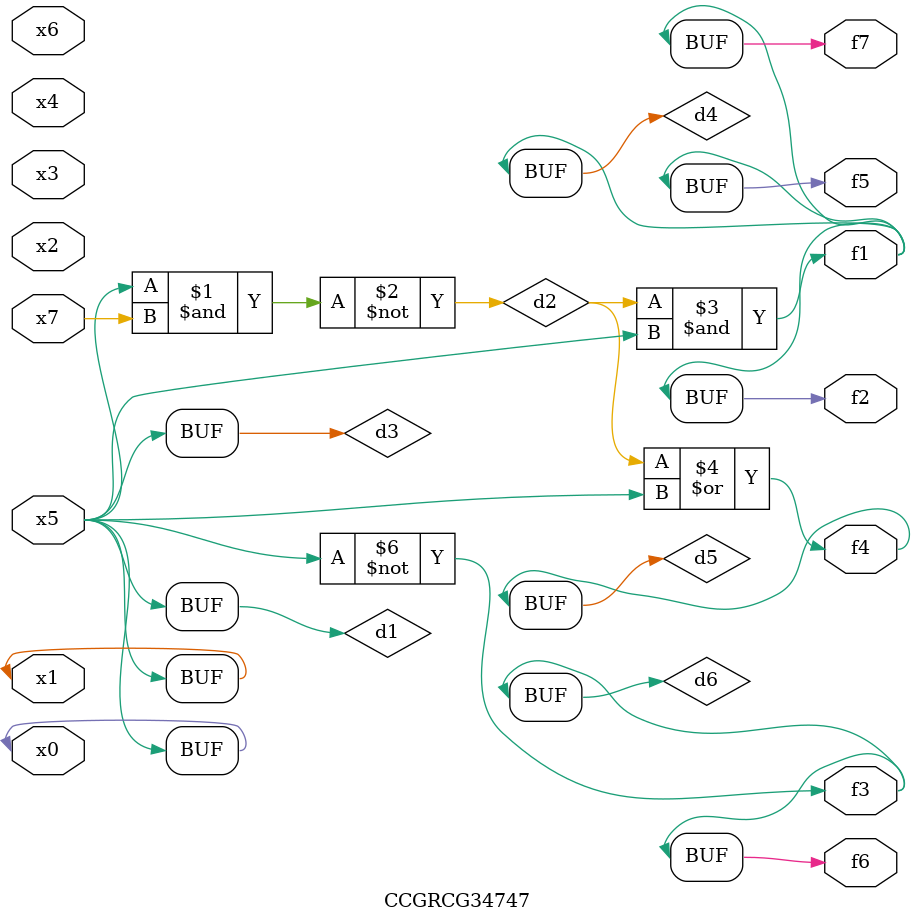
<source format=v>
module CCGRCG34747(
	input x0, x1, x2, x3, x4, x5, x6, x7,
	output f1, f2, f3, f4, f5, f6, f7
);

	wire d1, d2, d3, d4, d5, d6;

	buf (d1, x0, x5);
	nand (d2, x5, x7);
	buf (d3, x0, x1);
	and (d4, d2, d3);
	or (d5, d2, d3);
	nor (d6, d1, d3);
	assign f1 = d4;
	assign f2 = d4;
	assign f3 = d6;
	assign f4 = d5;
	assign f5 = d4;
	assign f6 = d6;
	assign f7 = d4;
endmodule

</source>
